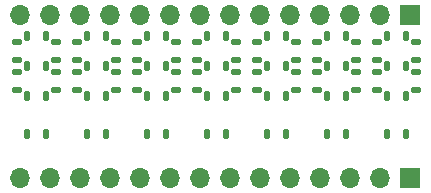
<source format=gts>
G04 #@! TF.GenerationSoftware,KiCad,Pcbnew,(6.0.0)*
G04 #@! TF.CreationDate,2022-11-09T00:21:30-05:00*
G04 #@! TF.ProjectId,0603 display board,30363033-2064-4697-9370-6c617920626f,rev?*
G04 #@! TF.SameCoordinates,Original*
G04 #@! TF.FileFunction,Soldermask,Top*
G04 #@! TF.FilePolarity,Negative*
%FSLAX46Y46*%
G04 Gerber Fmt 4.6, Leading zero omitted, Abs format (unit mm)*
G04 Created by KiCad (PCBNEW (6.0.0)) date 2022-11-09 00:21:30*
%MOMM*%
%LPD*%
G01*
G04 APERTURE LIST*
G04 Aperture macros list*
%AMRoundRect*
0 Rectangle with rounded corners*
0 $1 Rounding radius*
0 $2 $3 $4 $5 $6 $7 $8 $9 X,Y pos of 4 corners*
0 Add a 4 corners polygon primitive as box body*
4,1,4,$2,$3,$4,$5,$6,$7,$8,$9,$2,$3,0*
0 Add four circle primitives for the rounded corners*
1,1,$1+$1,$2,$3*
1,1,$1+$1,$4,$5*
1,1,$1+$1,$6,$7*
1,1,$1+$1,$8,$9*
0 Add four rect primitives between the rounded corners*
20,1,$1+$1,$2,$3,$4,$5,0*
20,1,$1+$1,$4,$5,$6,$7,0*
20,1,$1+$1,$6,$7,$8,$9,0*
20,1,$1+$1,$8,$9,$2,$3,0*%
G04 Aperture macros list end*
%ADD10RoundRect,0.125000X0.275000X-0.125000X0.275000X0.125000X-0.275000X0.125000X-0.275000X-0.125000X0*%
%ADD11RoundRect,0.125000X0.125000X0.275000X-0.125000X0.275000X-0.125000X-0.275000X0.125000X-0.275000X0*%
%ADD12R,1.700000X1.700000*%
%ADD13O,1.700000X1.700000*%
G04 APERTURE END LIST*
D10*
X148844000Y-90957500D03*
X148844000Y-89382500D03*
D11*
X141122500Y-94615000D03*
X139547500Y-94615000D03*
X156362500Y-88900000D03*
X154787500Y-88900000D03*
X166522500Y-94615000D03*
X164947500Y-94615000D03*
X151282500Y-91440000D03*
X149707500Y-91440000D03*
D10*
X157226000Y-88417500D03*
X157226000Y-86842500D03*
D11*
X136042500Y-94615000D03*
X134467500Y-94615000D03*
D10*
X148844000Y-88417500D03*
X148844000Y-86842500D03*
D11*
X136042500Y-91440000D03*
X134467500Y-91440000D03*
D10*
X136906000Y-90957500D03*
X136906000Y-89382500D03*
D11*
X166522500Y-91440000D03*
X164947500Y-91440000D03*
D10*
X147066000Y-88417500D03*
X147066000Y-86842500D03*
D11*
X156362500Y-94615000D03*
X154787500Y-94615000D03*
D10*
X143764000Y-88417500D03*
X143764000Y-86842500D03*
D11*
X166522500Y-86360000D03*
X164947500Y-86360000D03*
X146202500Y-91440000D03*
X144627500Y-91440000D03*
X151282500Y-88900000D03*
X149707500Y-88900000D03*
D10*
X159004000Y-88417500D03*
X159004000Y-86842500D03*
X133604000Y-90957500D03*
X133604000Y-89382500D03*
D11*
X136042500Y-88900000D03*
X134467500Y-88900000D03*
X146202500Y-94615000D03*
X144627500Y-94615000D03*
D10*
X162306000Y-90957500D03*
X162306000Y-89382500D03*
D11*
X151282500Y-86360000D03*
X149707500Y-86360000D03*
D10*
X152146000Y-90957500D03*
X152146000Y-89382500D03*
X143764000Y-90957500D03*
X143764000Y-89382500D03*
D11*
X146202500Y-86360000D03*
X144627500Y-86360000D03*
X161442500Y-94615000D03*
X159867500Y-94615000D03*
D10*
X138684000Y-90957500D03*
X138684000Y-89382500D03*
X164084000Y-88417500D03*
X164084000Y-86842500D03*
X153924000Y-88417500D03*
X153924000Y-86842500D03*
X167386000Y-88417500D03*
X167386000Y-86842500D03*
D11*
X156362500Y-91440000D03*
X154787500Y-91440000D03*
X151282500Y-94615000D03*
X149707500Y-94615000D03*
X141122500Y-86360000D03*
X139547500Y-86360000D03*
X136042500Y-86360000D03*
X134467500Y-86360000D03*
D10*
X157226000Y-90957500D03*
X157226000Y-89382500D03*
X133604000Y-88417500D03*
X133604000Y-86842500D03*
X167386000Y-90957500D03*
X167386000Y-89382500D03*
D11*
X141122500Y-88900000D03*
X139547500Y-88900000D03*
X161442500Y-91440000D03*
X159867500Y-91440000D03*
X146202500Y-88900000D03*
X144627500Y-88900000D03*
D10*
X152146000Y-88417500D03*
X152146000Y-86842500D03*
X162306000Y-88417500D03*
X162306000Y-86842500D03*
X159004000Y-90957500D03*
X159004000Y-89382500D03*
X141986000Y-90957500D03*
X141986000Y-89382500D03*
X147066000Y-90957500D03*
X147066000Y-89382500D03*
X141986000Y-88417500D03*
X141986000Y-86842500D03*
D11*
X161442500Y-88900000D03*
X159867500Y-88900000D03*
D10*
X136906000Y-88417500D03*
X136906000Y-86842500D03*
X164084000Y-90957500D03*
X164084000Y-89382500D03*
X138684000Y-88417500D03*
X138684000Y-86842500D03*
X153924000Y-90957500D03*
X153924000Y-89382500D03*
D11*
X161442500Y-86360000D03*
X159867500Y-86360000D03*
X166522500Y-88900000D03*
X164947500Y-88900000D03*
X156362500Y-86360000D03*
X154787500Y-86360000D03*
X141122500Y-91440000D03*
X139547500Y-91440000D03*
D12*
X166885000Y-98400000D03*
D13*
X164345000Y-98400000D03*
X161805000Y-98400000D03*
X159265000Y-98400000D03*
X156725000Y-98400000D03*
X154185000Y-98400000D03*
X151645000Y-98400000D03*
X149105000Y-98400000D03*
X146565000Y-98400000D03*
X144025000Y-98400000D03*
X141485000Y-98400000D03*
X138945000Y-98400000D03*
X136405000Y-98400000D03*
X133865000Y-98400000D03*
D12*
X166885000Y-84550000D03*
D13*
X164345000Y-84550000D03*
X161805000Y-84550000D03*
X159265000Y-84550000D03*
X156725000Y-84550000D03*
X154185000Y-84550000D03*
X151645000Y-84550000D03*
X149105000Y-84550000D03*
X146565000Y-84550000D03*
X144025000Y-84550000D03*
X141485000Y-84550000D03*
X138945000Y-84550000D03*
X136405000Y-84550000D03*
X133865000Y-84550000D03*
M02*

</source>
